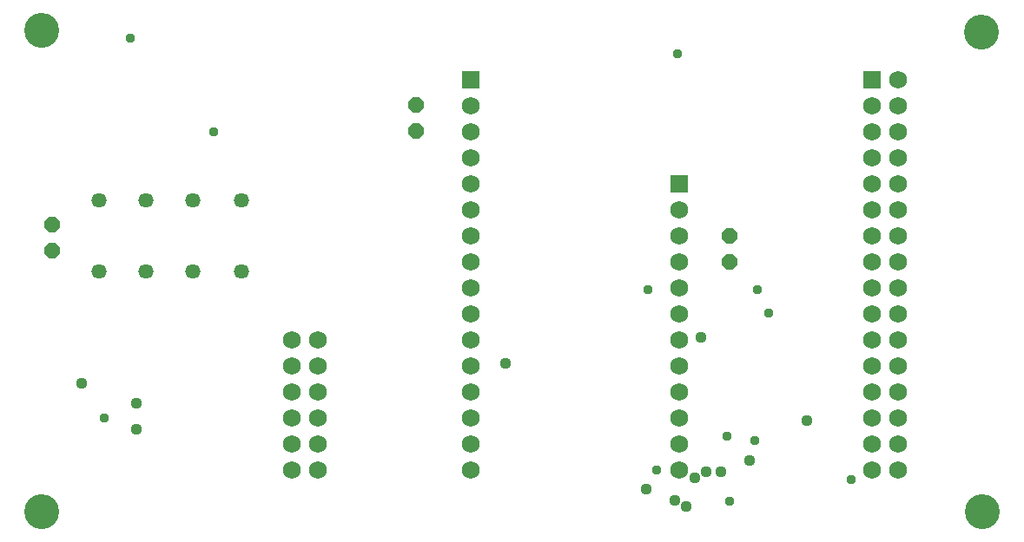
<source format=gbr>
G04 EAGLE Gerber RS-274X export*
G75*
%MOMM*%
%FSLAX34Y34*%
%LPD*%
%INSoldermask Bottom*%
%IPPOS*%
%AMOC8*
5,1,8,0,0,1.08239X$1,22.5*%
G01*
%ADD10C,3.403200*%
%ADD11P,1.649562X8X292.500000*%
%ADD12R,1.733200X1.733200*%
%ADD13C,1.733200*%
%ADD14C,1.461200*%
%ADD15C,0.959600*%
%ADD16C,1.117600*%


D10*
X25400Y800100D03*
X941070Y798830D03*
X25400Y330200D03*
X942340Y330200D03*
D11*
X389890Y727710D03*
X389890Y702310D03*
X695960Y599440D03*
X695960Y574040D03*
D12*
X646430Y650240D03*
D13*
X646430Y624840D03*
X646430Y599440D03*
X646430Y574040D03*
X646430Y548640D03*
X646430Y523240D03*
X646430Y497840D03*
X646430Y472440D03*
X646430Y447040D03*
X646430Y421640D03*
X646430Y396240D03*
X646430Y370840D03*
D12*
X443230Y751840D03*
D13*
X443230Y726440D03*
X443230Y701040D03*
X443230Y675640D03*
X443230Y650240D03*
X443230Y624840D03*
X443230Y599440D03*
X443230Y574040D03*
X443230Y548640D03*
X443230Y523240D03*
X443230Y497840D03*
X443230Y472440D03*
X443230Y447040D03*
X443230Y421640D03*
X443230Y396240D03*
X443230Y370840D03*
X269240Y497840D03*
X294640Y497840D03*
X269240Y472440D03*
X294640Y472440D03*
X269240Y447040D03*
X294640Y447040D03*
X269240Y421640D03*
X294640Y421640D03*
X269240Y396240D03*
X294640Y396240D03*
X269240Y370840D03*
X294640Y370840D03*
D12*
X834390Y751840D03*
D13*
X859790Y751840D03*
X834390Y726440D03*
X859790Y726440D03*
X834390Y701040D03*
X859790Y701040D03*
X834390Y675640D03*
X859790Y675640D03*
X834390Y650240D03*
X859790Y650240D03*
X834390Y624840D03*
X859790Y624840D03*
X834390Y599440D03*
X859790Y599440D03*
X834390Y574040D03*
X859790Y574040D03*
X834390Y548640D03*
X859790Y548640D03*
X834390Y523240D03*
X859790Y523240D03*
X834390Y497840D03*
X859790Y497840D03*
X834390Y472440D03*
X859790Y472440D03*
X834390Y447040D03*
X859790Y447040D03*
X834390Y421640D03*
X859790Y421640D03*
X834390Y396240D03*
X859790Y396240D03*
X834390Y370840D03*
X859790Y370840D03*
D14*
X81280Y564440D03*
X81280Y634440D03*
X127000Y564440D03*
X127000Y634440D03*
X172720Y564440D03*
X172720Y634440D03*
X219710Y564440D03*
X219710Y634440D03*
D11*
X35560Y610870D03*
X35560Y585470D03*
D15*
X111760Y792480D03*
X193040Y701040D03*
X645160Y777240D03*
X695960Y340360D03*
X86360Y421640D03*
X624840Y370840D03*
X693420Y403860D03*
X720090Y400050D03*
X734060Y524510D03*
X722630Y547370D03*
X615950Y547370D03*
X814070Y361950D03*
D16*
X667766Y500126D03*
X477774Y474980D03*
X771144Y419100D03*
X642620Y340868D03*
X673354Y368808D03*
X653796Y335280D03*
X687324Y368808D03*
X64262Y455422D03*
X117348Y435864D03*
X117348Y410718D03*
X715264Y379984D03*
X662178Y363220D03*
X614680Y352044D03*
M02*

</source>
